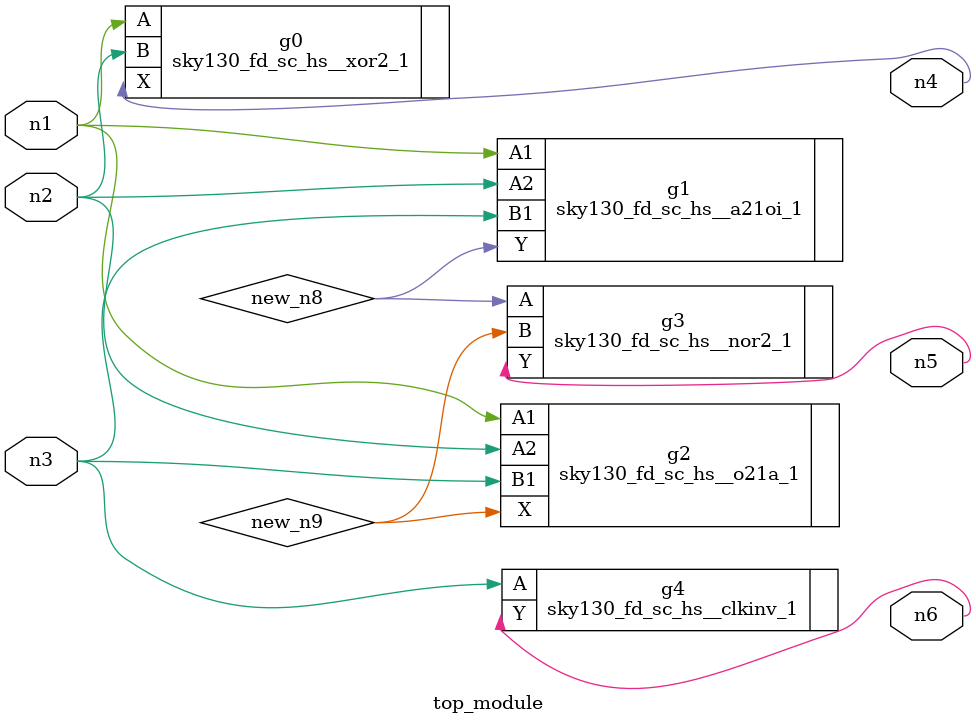
<source format=v>

module top_module ( 
    n1, n2, n3,
    n4, n5, n6  );
  input  n1, n2, n3;
  output n4, n5, n6;
  wire new_n8, new_n9;
  sky130_fd_sc_hs__xor2_1          g0(.A(n1), .B(n2), .X(n4));
  sky130_fd_sc_hs__a21oi_1         g1(.A1(n1), .A2(n2), .B1(n3), .Y(new_n8));
  sky130_fd_sc_hs__o21a_1          g2(.A1(n1), .A2(n2), .B1(n3), .X(new_n9));
  sky130_fd_sc_hs__nor2_1          g3(.A(new_n8), .B(new_n9), .Y(n5));
  sky130_fd_sc_hs__clkinv_1        g4(.A(n3), .Y(n6));
endmodule



</source>
